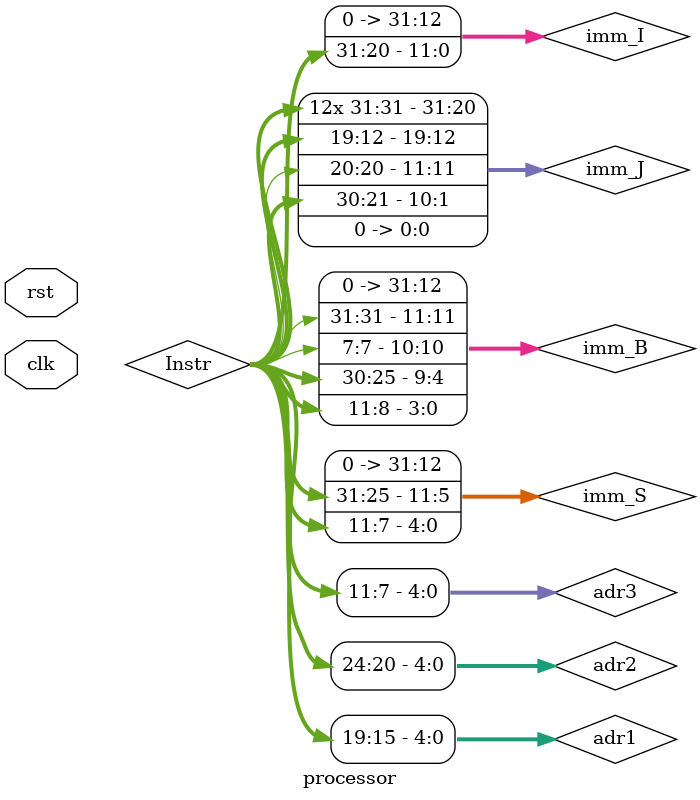
<source format=sv>
`timescale 1ns / 1ps

module processor(
    input         clk,
    input         rst
    );
    

//////////////////////////////////////////// Îïèñàíèå Instraction Memory
    logic [31:0]  PC_Line;
    logic [31:0]  Instr;
    
    instr_memory InstMem(
        .A(PC_Line),
        .D(Instr)
    );
////////////////////////////////////////////
    
    
////////////////////////////////////////////  Îïèñàíèå âõîäÿùåãî è âûõîäÿùèõ ñèãíàëîâ èç äåøèôðàòîðà
    logic [1:0]   ex_op_a_sel_o;      
    logic [2:0]   ex_op_b_sel_o;      
    logic [4:0]   alu_op_o;           
    logic         mem_req_o;          
    logic         mem_we_o;           
    logic [2:0]   mem_size_o;         
    logic         gpr_we_a_o;         
    logic         wb_src_sel_o;       
    logic         illegal_instr_o;    
    logic         branch_o;           
    logic         jal_o;              
    logic         jalr_o;
    
    decoder_riscv Decode(
        .fetched_instr_i(Instr),  
        .ex_op_a_sel_o,      
        .ex_op_b_sel_o,      
        .alu_op_o,           
        .mem_req_o,          
        .mem_we_o,           
        .mem_size_o,         
        .gpr_we_a_o,         
        .wb_src_sel_o,       
        .illegal_instr_o,    
        .branch_o,           
        .jal_o,              
        .jalr_o
    );
///////////////////////////////////////////

/////////////////////////////////////////// Îïèñàíèå Register File

    logic [4:0]  adr1;
    logic [4:0]  adr2;
    logic [4:0]  adr3;
    logic [31:0] wd;
    logic        we;
    logic [31:0] rd1;
    logic [31:0] rd2;
    
    assign       adr1 = Instr[19:15];
    assign       adr2 = Instr[24:20];
    assign       adr3 = Instr[11:7];
    
    assign       we = gpr_we_a_o;
    
    memory RegFile(
        clk,
        adr1,
        adr2,
        adr3,
        wd,
        we,
        rd1,
        rd2
    );

///////////////////////////////////////////

/////////////////////////////////////////// Ñîåäèíåíèå ÀËÓ

    logic [31:0] Operand1;
    logic [31:0] Operand2;
    logic        comp;
    logic [31:0] ALUResult;
    
    alu_riscv ALU(
        .A(Operand1),
        .B(Operand2),
        .ALUOp(alu_op_o),
        .Flag(comp),
        .Result(ALUResult)
    );

///////////////////////////////////////////

///////////////////////////////////////////

    logic        WE_DM;
    
    logic [31:0] A_DM;
    logic [31:0] D_DM;
    
    logic [31:0] RD_DM;
    
    assign       WE_DM = mem_we_o;
    assign       A_DM = ALUResult;
    assign       D_DM = rd2;
    
    DataMemory DM(
        .clk,
        .WE(WE_DM),
        .mem_req_o,
        .mem_size_o,
        .A(A_DM),
        .D(D_DM),
        .RD(RD_DM)
    );

///////////////////////////////////////////

    logic [31:0] imm_I;
    logic [31:0] imm_S;
    logic [31:0] imm_J;
    logic [31:0] imm_B;
    
    assign       imm_I = Instr[31:20]; // nugno li rashirit nulami? gde est znakorashirenie?
    assign       imm_S = { Instr[31:25], Instr[11:7] };
    assign       imm_J = { {11{Instr[31]}}, Instr[31], Instr[19:12], Instr[20], Instr[30:21], 1'b0 };
    assign       imm_B = { Instr[31], Instr[7], Instr[30:25], Instr[11:8] };
    
    
       
    
    always_comb begin
        case(ex_op_a_sel_o)
            2'd0: Operand1 = rd1;
            2'd1: Operand1 = PC_Line;
            2'd2: Operand1 = 0;
        endcase
    end
      
    always_comb begin
        case(ex_op_b_sel_o)
            3'd0: Operand2 = rd2;
            3'd1: Operand2 = imm_I;
            3'd2: Operand2 = { Instr[31:12], 22'b0 };
            3'd3: Operand2 = imm_S;
            3'd4: Operand2 = 32'd4;
        endcase
    end
    
    
    
    assign wd = wb_src_sel_o == 1 ? RD_DM : ALUResult;
    
    
    logic [31:0] jump_info;
    assign       jump_info = branch_o == 1 ? imm_B : imm_J;
    
    logic [31:0] to_summator;
    assign       to_summator = ( jal_o | ( branch_o & comp ) ) == 1 ? jump_info : 32'd4;
    
    logic [31:0] from_summator;
    assign       from_summator = to_summator + PC_Line;
    
    logic [31:0] to_PC;
    assign       to_PC = jalr_o == 1 ? ( rd1 + imm_I ) : from_summator;
    
    
    always @(posedge clk or posedge rst) begin
        if(rst == 1) PC_Line = 0;
        else PC_Line = to_PC;
    end
    
endmodule

</source>
